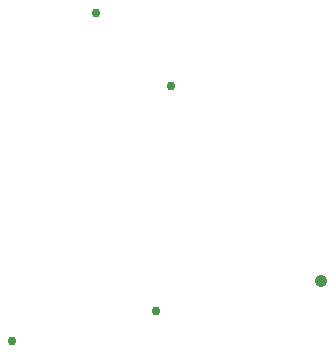
<source format=gbr>
G04 EAGLE Gerber RS-274X export*
G75*
%MOMM*%
%FSLAX34Y34*%
%LPD*%
%INVias*%
%IPPOS*%
%AMOC8*
5,1,8,0,0,1.08239X$1,22.5*%
G01*
%ADD10C,0.756400*%
%ADD11C,1.056400*%


D10*
X152400Y533400D03*
D11*
X279400Y368300D03*
D10*
X88900Y595630D03*
X17780Y317500D03*
X139700Y342900D03*
M02*

</source>
